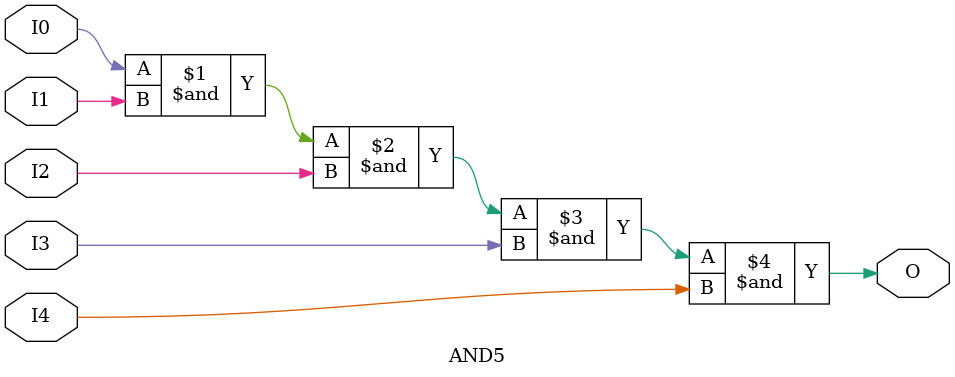
<source format=v>

`timescale  1 ps / 1 ps


module AND5 (O, I0, I1, I2, I3, I4);

    output O;

    input  I0, I1, I2, I3, I4;

    and A1 (O, I0, I1, I2, I3, I4);


endmodule


</source>
